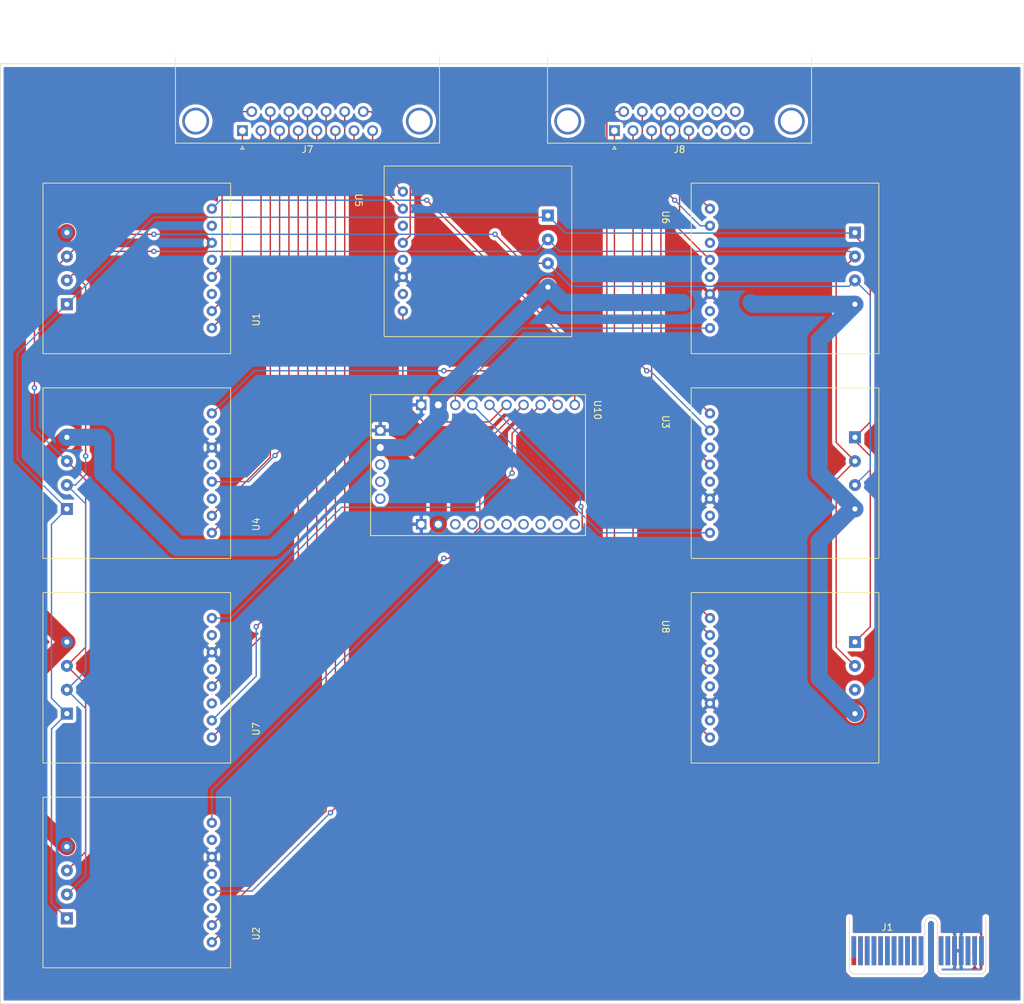
<source format=kicad_pcb>
(kicad_pcb (version 20211014) (generator pcbnew)
  (layers (0 "F.Cu" signal) (31 "B.Cu" signal) (34 "B.Paste" user) (35 "F.Paste" user) (36 "B.SilkS" user "B.Silkscreen") (37 "F.SilkS" user "F.Silkscreen") (38 "B.Mask" user) (39 "F.Mask" user) (44 "Edge.Cuts" user))
  (net 0 "")
  (net 1 "/RTD1_RTD+")
  (net 2 "/RTD1_RTD-")
  (net 3 "/RTD2_F+")
  (net 4 "/RTD6_RTD+")
  (net 5 "/RTD6_RTD-")
  (net 6 "/RTD7_F+")
  (net 7 "+3.3V")
  (net 8 "/RTD1_CS")
  (net 10 "GND")
  (net 12 "/RTD1_F+")
  (net 13 "/RTD4_CS")
  (net 16 "/RTD4_F+")
  (net 17 "/RTD4_RTD+")
  (net 18 "/RTD4_RTD-")
  (net 19 "/RTD7_CS")
  (net 22 "/RTD7_RTD+")
  (net 23 "/RTD7_RTD-")
  (net 24 "/SPI_MISO")
  (net 25 "/SPI_SCK")
  (net 26 "/SPI_MOSI")
  (net 27 "/RTD2_CS")
  (net 30 "/RTD2_RTD+")
  (net 31 "/RTD2_RTD-")
  (net 32 "/RTD5_CS")
  (net 35 "/RTD5_F+")
  (net 37 "/RTD5_RTD+")
  (net 38 "/RTD5_RTD-")
  (net 39 "/RTD8_CS")
  (net 42 "/RTD8_F+")
  (net 43 "/RTD8_RTD+")
  (net 44 "/RTD8_RTD-")
  (net 45 "/RTD3_CS")
  (net 48 "/RTD3_F+")
  (net 49 "/RTD3_RTD+")
  (net 50 "/RTD3_RTD-")
  (net 51 "/RTD6_CS")
  (net 54 "/RTD6_F+")
  (net 55 "/IO_EXP_SD")
  (net 56 "/IO_EXP_SC")
  (footprint "MAX31865_Breakout:MAX31865_Breakout" (layer "F.Cu") (at 101.6 48.26 -90)
    (fp_text reference "U5" (at -7.62 17.78 -90 unlocked) (layer "F.SilkS"))
    (fp_text value "MAX31865")
    (fp_rect (start -12.7 13.97) (end 12.7 -13.97) (layer "F.SilkS") (width 0.12) (fill none))
    (pad "1" thru_hole circle (at 5.334 -10.414) (size 1.778 1.778) (drill 0.762) (layers *.Cu *.Mask) (net 7 "+3.3V"))
    (pad "2" thru_hole circle (at 1.778 -10.414) (size 1.778 1.778) (drill 0.762) (layers *.Cu *.Mask) (net 25 "/SPI_SCK"))
    (pad "3" thru_hole circle (at -1.778 -10.414) (size 1.778 1.778) (drill 0.762) (layers *.Cu *.Mask) (net 24 "/SPI_MISO"))
    (pad "4" thru_hole rect (at -5.334 -10.414) (size 1.778 1.778) (drill 0.762) (layers *.Cu *.Mask) (net 26 "/SPI_MOSI"))
    (pad "5" thru_hole circle (at 8.89 11.176) (size 1.524 1.524) (drill 0.762) (layers *.Cu *.Mask) (net 32 "/RTD5_CS"))
    (pad "6" thru_hole circle (at 6.35 11.176) (size 1.524 1.524) (drill 0.762) (layers *.Cu *.Mask))
    (pad "7" thru_hole circle (at 3.81 11.176) (size 1.524 1.524) (drill 0.762) (layers *.Cu *.Mask) (net 10 "GND"))
    (pad "8" thru_hole circle (at 1.27 11.176) (size 1.524 1.524) (drill 0.762) (layers *.Cu *.Mask))
    (pad "9" thru_hole circle (at -1.27 11.176) (size 1.524 1.524) (drill 0.762) (layers *.Cu *.Mask) (net 35 "/RTD5_F+"))
    (pad "10" thru_hole circle (at -3.81 11.176) (size 1.524 1.524) (drill 0.762) (layers *.Cu *.Mask))
    (pad "11" thru_hole circle (at -6.35 11.176) (size 1.524 1.524) (drill 0.762) (layers *.Cu *.Mask) (net 37 "/RTD5_RTD+"))
    (pad "12" thru_hole circle (at -8.89 11.176) (size 1.524 1.524) (drill 0.762) (layers *.Cu *.Mask) (net 38 "/RTD5_RTD-"))
  )
  (footprint "DSUB_622-015-260-042:DSUB_622-015-260-042" (layer "F.Cu") (at 66.525 30.290331 180)
    (fp_text reference "J7" (at -9.695 -2.8) (layer "F.SilkS"))
    (fp_text value "DSUB1")
    (fp_line (start -29.355 10.8) (end -29.355 -1.86) (layer "F.SilkS") (width 0.12))
    (fp_line (start -29.355 -1.86) (end 9.965 -1.86) (layer "F.SilkS") (width 0.12))
    (fp_line (start -0.25 -2.754338) (end 0.25 -2.754338) (layer "F.SilkS") (width 0.12))
    (fp_line (start 9.965 -1.86) (end 9.965 10.8) (layer "F.SilkS") (width 0.12))
    (fp_line (start 0 -2.321325) (end -0.25 -2.754338) (layer "F.SilkS") (width 0.12))
    (fp_line (start 0.25 -2.754338) (end 0 -2.321325) (layer "F.SilkS") (width 0.12))
    (pad "0" thru_hole circle (at 6.955 1.42 180) (size 4 4) (drill 3.2) (layers *.Cu *.Mask))
    (pad "0" thru_hole circle (at -26.345 1.42 180) (size 4 4) (drill 3.2) (layers *.Cu *.Mask))
    (pad "1" thru_hole rect (at 0 0 180) (size 1.6 1.6) (drill 1) (layers *.Cu *.Mask) (net 1 "/RTD1_RTD+"))
    (pad "2" thru_hole circle (at -2.77 0 180) (size 1.6 1.6) (drill 1) (layers *.Cu *.Mask) (net 2 "/RTD1_RTD-"))
    (pad "3" thru_hole circle (at -5.54 0 180) (size 1.6 1.6) (drill 1) (layers *.Cu *.Mask) (net 3 "/RTD2_F+"))
    (pad "4" thru_hole circle (at -8.31 0 180) (size 1.6 1.6) (drill 1) (layers *.Cu *.Mask) (net 49 "/RTD3_RTD+"))
    (pad "5" thru_hole circle (at -11.08 0 180) (size 1.6 1.6) (drill 1) (layers *.Cu *.Mask) (net 50 "/RTD3_RTD-"))
    (pad "6" thru_hole circle (at -13.85 0 180) (size 1.6 1.6) (drill 1) (layers *.Cu *.Mask) (net 16 "/RTD4_F+"))
    (pad "7" thru_hole circle (at -16.62 0 180) (size 1.6 1.6) (drill 1) (layers *.Cu *.Mask) (net 37 "/RTD5_RTD+"))
    (pad "8" thru_hole circle (at -19.39 0 180) (size 1.6 1.6) (drill 1) (layers *.Cu *.Mask) (net 38 "/RTD5_RTD-"))
    (pad "9" thru_hole circle (at -1.385 2.84 180) (size 1.6 1.6) (drill 1) (layers *.Cu *.Mask) (net 12 "/RTD1_F+"))
    (pad "10" thru_hole circle (at -4.155 2.84 180) (size 1.6 1.6) (drill 1) (layers *.Cu *.Mask) (net 30 "/RTD2_RTD+"))
    (pad "11" thru_hole circle (at -6.925 2.84 180) (size 1.6 1.6) (drill 1) (layers *.Cu *.Mask) (net 31 "/RTD2_RTD-"))
    (pad "12" thru_hole circle (at -9.695 2.84 180) (size 1.6 1.6) (drill 1) (layers *.Cu *.Mask) (net 48 "/RTD3_F+"))
    (pad "13" thru_hole circle (at -12.465 2.84 180) (size 1.6 1.6) (drill 1) (layers *.Cu *.Mask) (net 17 "/RTD4_RTD+"))
    (pad "14" thru_hole circle (at -15.235 2.84 180) (size 1.6 1.6) (drill 1) (layers *.Cu *.Mask) (net 18 "/RTD4_RTD-"))
    (pad "15" thru_hole circle (at -18.005 2.84 180) (size 1.6 1.6) (drill 1) (layers *.Cu *.Mask) (net 35 "/RTD5_F+"))
  )
  (footprint "MAX31865_Breakout:MAX31865_Breakout" (layer "F.Cu") (at 50.8 50.8 90)
    (fp_text reference "U1" (at -7.62 17.78 90 unlocked) (layer "F.SilkS"))
    (fp_text value "MAX31865")
    (fp_rect (start -12.7 13.97) (end 12.7 -13.97) (layer "F.SilkS") (width 0.12) (fill none))
    (pad "1" thru_hole circle (at 5.334 -10.414 180) (size 1.778 1.778) (drill 0.762) (layers *.Cu *.Mask) (net 7 "+3.3V"))
    (pad "2" thru_hole circle (at 1.778 -10.414 180) (size 1.778 1.778) (drill 0.762) (layers *.Cu *.Mask) (net 25 "/SPI_SCK"))
    (pad "3" thru_hole circle (at -1.778 -10.414 180) (size 1.778 1.778) (drill 0.762) (layers *.Cu *.Mask) (net 24 "/SPI_MISO"))
    (pad "4" thru_hole rect (at -5.334 -10.414 180) (size 1.778 1.778) (drill 0.762) (layers *.Cu *.Mask) (net 26 "/SPI_MOSI"))
    (pad "5" thru_hole circle (at 8.89 11.176 180) (size 1.524 1.524) (drill 0.762) (layers *.Cu *.Mask) (net 8 "/RTD1_CS"))
    (pad "6" thru_hole circle (at 6.35 11.176 180) (size 1.524 1.524) (drill 0.762) (layers *.Cu *.Mask))
    (pad "7" thru_hole circle (at 3.81 11.176 180) (size 1.524 1.524) (drill 0.762) (layers *.Cu *.Mask) (net 10 "GND"))
    (pad "8" thru_hole circle (at 1.27 11.176 180) (size 1.524 1.524) (drill 0.762) (layers *.Cu *.Mask))
    (pad "9" thru_hole circle (at -1.27 11.176 180) (size 1.524 1.524) (drill 0.762) (layers *.Cu *.Mask) (net 12 "/RTD1_F+"))
    (pad "10" thru_hole circle (at -3.81 11.176 180) (size 1.524 1.524) (drill 0.762) (layers *.Cu *.Mask))
    (pad "11" thru_hole circle (at -6.35 11.176 180) (size 1.524 1.524) (drill 0.762) (layers *.Cu *.Mask) (net 1 "/RTD1_RTD+"))
    (pad "12" thru_hole circle (at -8.89 11.176 180) (size 1.524 1.524) (drill 0.762) (layers *.Cu *.Mask) (net 2 "/RTD1_RTD-"))
  )
  (footprint "MAX31865_Breakout:MAX31865_Breakout" (layer "F.Cu") (at 147.32 81.28 -90)
    (fp_text reference "U3" (at -7.62 17.78 -90 unlocked) (layer "F.SilkS"))
    (fp_text value "MAX31865")
    (fp_rect (start -12.7 13.97) (end 12.7 -13.97) (layer "F.SilkS") (width 0.12) (fill none))
    (pad "1" thru_hole circle (at 5.334 -10.414) (size 1.778 1.778) (drill 0.762) (layers *.Cu *.Mask) (net 7 "+3.3V"))
    (pad "2" thru_hole circle (at 1.778 -10.414) (size 1.778 1.778) (drill 0.762) (layers *.Cu *.Mask) (net 25 "/SPI_SCK"))
    (pad "3" thru_hole circle (at -1.778 -10.414) (size 1.778 1.778) (drill 0.762) (layers *.Cu *.Mask) (net 24 "/SPI_MISO"))
    (pad "4" thru_hole rect (at -5.334 -10.414) (size 1.778 1.778) (drill 0.762) (layers *.Cu *.Mask) (net 26 "/SPI_MOSI"))
    (pad "5" thru_hole circle (at 8.89 11.176) (size 1.524 1.524) (drill 0.762) (layers *.Cu *.Mask) (net 19 "/RTD7_CS"))
    (pad "6" thru_hole circle (at 6.35 11.176) (size 1.524 1.524) (drill 0.762) (layers *.Cu *.Mask))
    (pad "7" thru_hole circle (at 3.81 11.176) (size 1.524 1.524) (drill 0.762) (layers *.Cu *.Mask) (net 10 "GND"))
    (pad "8" thru_hole circle (at 1.27 11.176) (size 1.524 1.524) (drill 0.762) (layers *.Cu *.Mask))
    (pad "9" thru_hole circle (at -1.27 11.176) (size 1.524 1.524) (drill 0.762) (layers *.Cu *.Mask) (net 6 "/RTD7_F+"))
    (pad "10" thru_hole circle (at -3.81 11.176) (size 1.524 1.524) (drill 0.762) (layers *.Cu *.Mask))
    (pad "11" thru_hole circle (at -6.35 11.176) (size 1.524 1.524) (drill 0.762) (layers *.Cu *.Mask) (net 22 "/RTD7_RTD+"))
    (pad "12" thru_hole circle (at -8.89 11.176) (size 1.524 1.524) (drill 0.762) (layers *.Cu *.Mask) (net 23 "/RTD7_RTD-"))
  )
  (footprint "MAX31865_Breakout:MAX31865_Breakout" (layer "F.Cu") (at 50.8 111.76 90)
    (fp_text reference "U7" (at -7.62 17.78 90 unlocked) (layer "F.SilkS"))
    (fp_text value "MAX31865")
    (fp_rect (start -12.7 13.97) (end 12.7 -13.97) (layer "F.SilkS") (width 0.12) (fill none))
    (pad "1" thru_hole circle (at 5.334 -10.414 180) (size 1.778 1.778) (drill 0.762) (layers *.Cu *.Mask) (net 7 "+3.3V"))
    (pad "2" thru_hole circle (at 1.778 -10.414 180) (size 1.778 1.778) (drill 0.762) (layers *.Cu *.Mask) (net 25 "/SPI_SCK"))
    (pad "3" thru_hole circle (at -1.778 -10.414 180) (size 1.778 1.778) (drill 0.762) (layers *.Cu *.Mask) (net 24 "/SPI_MISO"))
    (pad "4" thru_hole rect (at -5.334 -10.414 180) (size 1.778 1.778) (drill 0.762) (layers *.Cu *.Mask) (net 26 "/SPI_MOSI"))
    (pad "5" thru_hole circle (at 8.89 11.176 180) (size 1.524 1.524) (drill 0.762) (layers *.Cu *.Mask) (net 45 "/RTD3_CS"))
    (pad "6" thru_hole circle (at 6.35 11.176 180) (size 1.524 1.524) (drill 0.762) (layers *.Cu *.Mask))
    (pad "7" thru_hole circle (at 3.81 11.176 180) (size 1.524 1.524) (drill 0.762) (layers *.Cu *.Mask) (net 10 "GND"))
    (pad "8" thru_hole circle (at 1.27 11.176 180) (size 1.524 1.524) (drill 0.762) (layers *.Cu *.Mask))
    (pad "9" thru_hole circle (at -1.27 11.176 180) (size 1.524 1.524) (drill 0.762) (layers *.Cu *.Mask) (net 48 "/RTD3_F+"))
    (pad "10" thru_hole circle (at -3.81 11.176 180) (size 1.524 1.524) (drill 0.762) (layers *.Cu *.Mask))
    (pad "11" thru_hole circle (at -6.35 11.176 180) (size 1.524 1.524) (drill 0.762) (layers *.Cu *.Mask) (net 49 "/RTD3_RTD+"))
    (pad "12" thru_hole circle (at -8.89 11.176 180) (size 1.524 1.524) (drill 0.762) (layers *.Cu *.Mask) (net 50 "/RTD3_RTD-"))
  )
  (footprint "MAX31865_Breakout:MAX31865_Breakout" (layer "F.Cu") (at 147.32 50.8 -90)
    (fp_text reference "U6" (at -7.62 17.78 -90 unlocked) (layer "F.SilkS"))
    (fp_text value "MAX31865")
    (fp_rect (start -12.7 13.97) (end 12.7 -13.97) (layer "F.SilkS") (width 0.12) (fill none))
    (pad "1" thru_hole circle (at 5.334 -10.414) (size 1.778 1.778) (drill 0.762) (layers *.Cu *.Mask) (net 7 "+3.3V"))
    (pad "2" thru_hole circle (at 1.778 -10.414) (size 1.778 1.778) (drill 0.762) (layers *.Cu *.Mask) (net 25 "/SPI_SCK"))
    (pad "3" thru_hole circle (at -1.778 -10.414) (size 1.778 1.778) (drill 0.762) (layers *.Cu *.Mask) (net 24 "/SPI_MISO"))
    (pad "4" thru_hole rect (at -5.334 -10.414) (size 1.778 1.778) (drill 0.762) (layers *.Cu *.Mask) (net 26 "/SPI_MOSI"))
    (pad "5" thru_hole circle (at 8.89 11.176) (size 1.524 1.524) (drill 0.762) (layers *.Cu *.Mask) (net 39 "/RTD8_CS"))
    (pad "6" thru_hole circle (at 6.35 11.176) (size 1.524 1.524) (drill 0.762) (layers *.Cu *.Mask))
    (pad "7" thru_hole circle (at 3.81 11.176) (size 1.524 1.524) (drill 0.762) (layers *.Cu *.Mask) (net 10 "GND"))
    (pad "8" thru_hole circle (at 1.27 11.176) (size 1.524 1.524) (drill 0.762) (layers *.Cu *.Mask))
    (pad "9" thru_hole circle (at -1.27 11.176) (size 1.524 1.524) (drill 0.762) (layers *.Cu *.Mask) (net 42 "/RTD8_F+"))
    (pad "10" thru_hole circle (at -3.81 11.176) (size 1.524 1.524) (drill 0.762) (layers *.Cu *.Mask))
    (pad "11" thru_hole circle (at -6.35 11.176) (size 1.524 1.524) (drill 0.762) (layers *.Cu *.Mask) (net 43 "/RTD8_RTD+"))
    (pad "12" thru_hole circle (at -8.89 11.176) (size 1.524 1.524) (drill 0.762) (layers *.Cu *.Mask) (net 44 "/RTD8_RTD-"))
  )
  (footprint "MAX31865_Breakout:MAX31865_Breakout" (layer "F.Cu") (at 50.8 81.28 90)
    (fp_text reference "U4" (at -7.62 17.78 90 unlocked) (layer "F.SilkS"))
    (fp_text value "MAX31865")
    (fp_rect (start -12.7 13.97) (end 12.7 -13.97) (layer "F.SilkS") (width 0.12) (fill none))
    (pad "1" thru_hole circle (at 5.334 -10.414 180) (size 1.778 1.778) (drill 0.762) (layers *.Cu *.Mask) (net 7 "+3.3V"))
    (pad "2" thru_hole circle (at 1.778 -10.414 180) (size 1.778 1.778) (drill 0.762) (layers *.Cu *.Mask) (net 25 "/SPI_SCK"))
    (pad "3" thru_hole circle (at -1.778 -10.414 180) (size 1.778 1.778) (drill 0.762) (layers *.Cu *.Mask) (net 24 "/SPI_MISO"))
    (pad "4" thru_hole rect (at -5.334 -10.414 180) (size 1.778 1.778) (drill 0.762) (layers *.Cu *.Mask) (net 26 "/SPI_MOSI"))
    (pad "5" thru_hole circle (at 8.89 11.176 180) (size 1.524 1.524) (drill 0.762) (layers *.Cu *.Mask) (net 27 "/RTD2_CS"))
    (pad "6" thru_hole circle (at 6.35 11.176 180) (size 1.524 1.524) (drill 0.762) (layers *.Cu *.Mask))
    (pad "7" thru_hole circle (at 3.81 11.176 180) (size 1.524 1.524) (drill 0.762) (layers *.Cu *.Mask) (net 10 "GND"))
    (pad "8" thru_hole circle (at 1.27 11.176 180) (size 1.524 1.524) (drill 0.762) (layers *.Cu *.Mask))
    (pad "9" thru_hole circle (at -1.27 11.176 180) (size 1.524 1.524) (drill 0.762) (layers *.Cu *.Mask) (net 3 "/RTD2_F+"))
    (pad "10" thru_hole circle (at -3.81 11.176 180) (size 1.524 1.524) (drill 0.762) (layers *.Cu *.Mask))
    (pad "11" thru_hole circle (at -6.35 11.176 180) (size 1.524 1.524) (drill 0.762) (layers *.Cu *.Mask) (net 30 "/RTD2_RTD+"))
    (pad "12" thru_hole circle (at -8.89 11.176 180) (size 1.524 1.524) (drill 0.762) (layers *.Cu *.Mask) (net 31 "/RTD2_RTD-"))
  )
  (footprint "MAX31865_Breakout:MAX31865_Breakout" (layer "F.Cu") (at 50.8 142.24 90)
    (fp_text reference "U2" (at -7.62 17.78 90 unlocked) (layer "F.SilkS"))
    (fp_text value "MAX31865")
    (fp_rect (start -12.7 13.97) (end 12.7 -13.97) (layer "F.SilkS") (width 0.12) (fill none))
    (pad "1" thru_hole circle (at 5.334 -10.414 180) (size 1.778 1.778) (drill 0.762) (layers *.Cu *.Mask) (net 7 "+3.3V"))
    (pad "2" thru_hole circle (at 1.778 -10.414 180) (size 1.778 1.778) (drill 0.762) (layers *.Cu *.Mask) (net 25 "/SPI_SCK"))
    (pad "3" thru_hole circle (at -1.778 -10.414 180) (size 1.778 1.778) (drill 0.762) (layers *.Cu *.Mask) (net 24 "/SPI_MISO"))
    (pad "4" thru_hole rect (at -5.334 -10.414 180) (size 1.778 1.778) (drill 0.762) (layers *.Cu *.Mask) (net 26 "/SPI_MOSI"))
    (pad "5" thru_hole circle (at 8.89 11.176 180) (size 1.524 1.524) (drill 0.762) (layers *.Cu *.Mask) (net 13 "/RTD4_CS"))
    (pad "6" thru_hole circle (at 6.35 11.176 180) (size 1.524 1.524) (drill 0.762) (layers *.Cu *.Mask))
    (pad "7" thru_hole circle (at 3.81 11.176 180) (size 1.524 1.524) (drill 0.762) (layers *.Cu *.Mask) (net 10 "GND"))
    (pad "8" thru_hole circle (at 1.27 11.176 180) (size 1.524 1.524) (drill 0.762) (layers *.Cu *.Mask))
    (pad "9" thru_hole circle (at -1.27 11.176 180) (size 1.524 1.524) (drill 0.762) (layers *.Cu *.Mask) (net 16 "/RTD4_F+"))
    (pad "10" thru_hole circle (at -3.81 11.176 180) (size 1.524 1.524) (drill 0.762) (layers *.Cu *.Mask))
    (pad "11" thru_hole circle (at -6.35 11.176 180) (size 1.524 1.524) (drill 0.762) (layers *.Cu *.Mask) (net 17 "/RTD4_RTD+"))
    (pad "12" thru_hole circle (at -8.89 11.176 180) (size 1.524 1.524) (drill 0.762) (layers *.Cu *.Mask) (net 18 "/RTD4_RTD-"))
  )
  (footprint "DSUB_622-015-260-042:DSUB_622-015-260-042" (layer "F.Cu") (at 121.92 30.290331 180)
    (fp_text reference "J8" (at -9.695 -2.8) (layer "F.SilkS"))
    (fp_text value "DSUB2")
    (fp_line (start -29.355 -1.86) (end 9.965 -1.86) (layer "F.SilkS") (width 0.12))
    (fp_line (start -29.355 10.8) (end -29.355 -1.86) (layer "F.SilkS") (width 0.12))
    (fp_line (start 9.965 -1.86) (end 9.965 10.8) (layer "F.SilkS") (width 0.12))
    (fp_line (start -0.25 -2.754338) (end 0.25 -2.754338) (layer "F.SilkS") (width 0.12))
    (fp_line (start 0.25 -2.754338) (end 0 -2.321325) (layer "F.SilkS") (width 0.12))
    (fp_line (start 0 -2.321325) (end -0.25 -2.754338) (layer "F.SilkS") (width 0.12))
    (pad "0" thru_hole circle (at -26.345 1.42 180) (size 4 4) (drill 3.2) (layers *.Cu *.Mask))
    (pad "0" thru_hole circle (at 6.955 1.42 180) (size 4 4) (drill 3.2) (layers *.Cu *.Mask))
    (pad "1" thru_hole rect (at 0 0 180) (size 1.6 1.6) (drill 1) (layers *.Cu *.Mask) (net 4 "/RTD6_RTD+"))
    (pad "2" thru_hole circle (at -2.77 0 180) (size 1.6 1.6) (drill 1) (layers *.Cu *.Mask) (net 5 "/RTD6_RTD-"))
    (pad "3" thru_hole circle (at -5.54 0 180) (size 1.6 1.6) (drill 1) (layers *.Cu *.Mask) (net 6 "/RTD7_F+"))
    (pad "4" thru_hole circle (at -8.31 0 180) (size 1.6 1.6) (drill 1) (layers *.Cu *.Mask) (net 43 "/RTD8_RTD+"))
    (pad "5" thru_hole circle (at -11.08 0 180) (size 1.6 1.6) (drill 1) (layers *.Cu *.Mask) (net 44 "/RTD8_RTD-"))
    (pad "6" thru_hole circle (at -13.85 0 180) (size 1.6 1.6) (drill 1) (layers *.Cu *.Mask))
    (pad "7" thru_hole circle (at -16.62 0 180) (size 1.6 1.6) (drill 1) (layers *.Cu *.Mask))
    (pad "8" thru_hole circle (at -19.39 0 180) (size 1.6 1.6) (drill 1) (layers *.Cu *.Mask))
    (pad "9" thru_hole circle (at -1.385 2.84 180) (size 1.6 1.6) (drill 1) (layers *.Cu *.Mask) (net 54 "/RTD6_F+"))
    (pad "10" thru_hole circle (at -4.155 2.84 180) (size 1.6 1.6) (drill 1) (layers *.Cu *.Mask) (net 22 "/RTD7_RTD+"))
    (pad "11" thru_hole circle (at -6.925 2.84 180) (size 1.6 1.6) (drill 1) (layers *.Cu *.Mask) (net 23 "/RTD7_RTD-"))
    (pad "12" thru_hole circle (at -9.695 2.84 180) (size 1.6 1.6) (drill 1) (layers *.Cu *.Mask) (net 42 "/RTD8_F+"))
    (pad "13" thru_hole circle (at -12.465 2.84 180) (size 1.6 1.6) (drill 1) (layers *.Cu *.Mask))
    (pad "14" thru_hole circle (at -15.235 2.84 180) (size 1.6 1.6) (drill 1) (layers *.Cu *.Mask))
    (pad "15" thru_hole circle (at -18.005 2.84 180) (size 1.6 1.6) (drill 1) (layers *.Cu *.Mask))
  )
  (footprint "PCF8575_Breakout:PCF8575_Breakout" (layer "F.Cu") (at 85.6125 69.5936 -90)
    (fp_text reference "U10" (at 2.28 -33.8 -90 unlocked) (layer "F.SilkS"))
    (fp_text value "PCF8575_Breakout")
    (fp_line (start 0 -32) (end 0 0) (layer "F.SilkS") (width 0.127))
    (fp_line (start 20.99 -32) (end 20.99 0) (layer "F.SilkS") (width 0.127))
    (fp_line (start 0 0) (end 21 0) (layer "F.SilkS") (width 0.127))
    (fp_line (start 20.99 -32) (end -0.01 -32) (layer "F.SilkS") (width 0.127))
    (pad "1" thru_hole circle (at 1.5264 -30.4 270) (size 1.56 1.56) (drill 1.04) (layers *.Cu *.Mask) (net 8 "/RTD1_CS"))
    (pad "2" thru_hole circle (at 1.5264 -27.86 270) (size 1.56 1.56) (drill 1.04) (layers *.Cu *.Mask) (net 27 "/RTD2_CS"))
    (pad "3" thru_hole circle (at 1.5264 -25.32 270) (size 1.56 1.56) (drill 1.04) (layers *.Cu *.Mask) (net 45 "/RTD3_CS"))
    (pad "4" thru_hole circle (at 1.5264 -22.78 270) (size 1.56 1.56) (drill 1.04) (layers *.Cu *.Mask) (net 13 "/RTD4_CS"))
    (pad "5" thru_hole circle (at 1.5264 -20.24 270) (size 1.56 1.56) (drill 1.04) (layers *.Cu *.Mask) (net 32 "/RTD5_CS"))
    (pad "6" thru_hole circle (at 1.5264 -17.7 270) (size 1.56 1.56) (drill 1.04) (layers *.Cu *.Mask) (net 51 "/RTD6_CS"))
    (pad "7" thru_hole circle (at 1.5264 -15.16 270) (size 1.56 1.56) (drill 1.04) (layers *.Cu *.Mask) (net 19 "/RTD7_CS"))
    (pad "8" thru_hole circle (at 1.5264 -12.62 270) (size 1.56 1.56) (drill 1.04) (layers *.Cu *.Mask) (net 39 "/RTD8_CS"))
    (pad "9" thru_hole circle (at 1.5264 -10.08 270) (size 1.56 1.56) (drill 1.04) (layers *.Cu *.Mask) (net 7 "+3.3V"))
    (pad "10" thru_hole rect (at 1.5264 -7.54 270) (size 1.56 1.56) (drill 1.04) (layers *.Cu *.Mask) (net 10 "GND"))
    (pad "11" thru_hole rect (at 5.3364 -1.444) (size 1.56 1.56) (drill 1.04) (layers *.Cu *.Mask) (net 10 "GND"))
    (pad "12" thru_hole circle (at 7.8764 -1.444) (size 1.56 1.56) (drill 1.04) (layers *.Cu *.Mask) (net 7 "+3.3V"))
    (pad "13" thru_hole circle (at 10.4164 -1.444) (size 1.56 1.56) (drill 1.04) (layers *.Cu *.Mask) (net 55 "/IO_EXP_SD"))
    (pad "14" thru_hole circle (at 12.9564 -1.444) (size 1.56 1.56) (drill 1.04) (layers *.Cu *.Mask) (net 56 "/IO_EXP_SC"))
    (pad "15" thru_hole circle (at 15.4964 -1.444) (size 1.56 1.56) (drill 1.04) (layers *.Cu *.Mask))
    (pad "16" thru_hole rect (at 19.30584 -7.54 270) (size 1.56 1.56) (drill 1.04) (layers *.Cu *.Mask) (net 10 "GND"))
    (pad "17" thru_hole circle (at 19.30584 -10.08 270) (size 1.56 1.56) (drill 1.04) (layers *.Cu *.Mask) (net 7 "+3.3V"))
    (pad "18" thru_hole circle (at 19.30584 -12.62 270) (size 1.56 1.56) (drill 1.04) (layers *.Cu *.Mask))
    (pad "19" thru_hole circle (at 19.30584 -15.16 270) (size 1.56 1.56) (drill 1.04) (layers *.Cu *.Mask))
    (pad "20" thru_hole circle (at 19.30584 -17.7 270) (size 1.56 1.56) (drill 1.04) (layers *.Cu *.Mask))
    (pad "21" thru_hole circle (at 19.30584 -20.24 270) (size 1.56 1.56) (drill 1.04) (layers *.Cu *.Mask))
    (pad "22" thru_hole circle (at 19.30584 -22.78 270) (size 1.56 1.56) (drill 1.04) (layers *.Cu *.Mask))
    (pad "23" thru_hole circle (at 19.30584 -25.32 270) (size 1.56 1.56) (drill 1.04) (layers *.Cu *.Mask))
    (pad "24" thru_hole circle (at 19.30584 -27.86 270) (size 1.56 1.56) (drill 1.04) (layers *.Cu *.Mask))
    (pad "25" thru_hole circle (at 19.30584 -30.4 270) (size 1.56 1.56) (drill 1.04) (layers *.Cu *.Mask))
  )
  (footprint "MAX31865_Breakout:MAX31865_Breakout" (layer "F.Cu") (at 147.32 111.76 -90)
    (fp_text reference "U8" (at -7.62 17.78 -90 unlocked) (layer "F.SilkS"))
    (fp_text value "MAX31865")
    (fp_rect (start -12.7 13.97) (end 12.7 -13.97) (layer "F.SilkS") (width 0.12) (fill none))
    (pad "1" thru_hole circle (at 5.334 -10.414) (size 1.778 1.778) (drill 0.762) (layers *.Cu *.Mask) (net 7 "+3.3V"))
    (pad "2" thru_hole circle (at 1.778 -10.414) (size 1.778 1.778) (drill 0.762) (layers *.Cu *.Mask) (net 25 "/SPI_SCK"))
    (pad "3" thru_hole circle (at -1.778 -10.414) (size 1.778 1.778) (drill 0.762) (layers *.Cu *.Mask) (net 24 "/SPI_MISO"))
    (pad "4" thru_hole rect (at -5.334 -10.414) (size 1.778 1.778) (drill 0.762) (layers *.Cu *.Mask) (net 26 "/SPI_MOSI"))
    (pad "5" thru_hole circle (at 8.89 11.176) (size 1.524 1.524) (drill 0.762) (layers *.Cu *.Mask) (net 51 "/RTD6_CS"))
    (pad "6" thru_hole circle (at 6.35 11.176) (size 1.524 1.524) (drill 0.762) (layers *.Cu *.Mask))
    (pad "7" thru_hole circle (at 3.81 11.176) (size 1.524 1.524) (drill 0.762) (layers *.Cu *.Mask) (net 10 "GND"))
    (pad "8" thru_hole circle (at 1.27 11.176) (size 1.524 1.524) (drill 0.762) (layers *.Cu *.Mask))
    (pad "9" thru_hole circle (at -1.27 11.176) (size 1.524 1.524) (drill 0.762) (layers *.Cu *.Mask) (net 54 "/RTD6_F+"))
    (pad "10" thru_hole circle (at -3.81 11.176) (size 1.524 1.524) (drill 0.762) (layers *.Cu *.Mask))
    (pad "11" thru_hole circle (at -6.35 11.176) (size 1.524 1.524) (drill 0.762) (layers *.Cu *.Mask) (net 4 "/RTD6_RTD+"))
    (pad "12" thru_hole circle (at -8.89 11.176) (size 1.524 1.524) (drill 0.762) (layers *.Cu *.Mask) (net 5 "/RTD6_RTD-"))
  )
  (footprint "Connector_PCBEdge:BUS_PCIexpress_x1" (layer "F.Cu") (at 157.56 152.4)
    (fp_text reference "J1" (at 5 -3.5) (layer "F.SilkS"))
    (fp_text value "PCIE-LP-01-01-F-DV-A-TR")
    (fp_line (start 12.45 -4) (end 12.45 2.95) (layer "Edge.Cuts") (width 0.1))
    (fp_line (start -0.15 3.45) (end 10.05 3.45) (layer "Edge.Cuts") (width 0.1))
    (fp_line (start 19.65 2.95) (end 19.15 3.45) (layer "Edge.Cuts") (width 0.1))
    (fp_line (start 12.45 2.95) (end 12.95 3.45) (layer "Edge.Cuts") (width 0.1))
    (fp_line (start 10.55 2.95) (end 10.05 3.45) (layer "Edge.Cuts") (width 0.1))
    (fp_line (start 12.95 3.45) (end 19.15 3.45) (layer "Edge.Cuts") (width 0.1))
    (fp_line (start 10.55 -4) (end 10.55 2.95) (layer "Edge.Cuts") (width 0.1))
    (fp_line (start -0.65 -4.95) (end -0.65 2.95) (layer "Edge.Cuts") (width 0.1))
    (fp_line (start 19.65 -4.95) (end 19.65 2.95) (layer "Edge.Cuts") (width 0.1))
    (fp_line (start -0.65 2.95) (end -0.15 3.45) (layer "Edge.Cuts") (width 0.1))
    (fp_arc (start 10.55 -4) (mid 11.5 -4.95) (end 12.45 -4) (layer "Edge.Cuts") (width 0.1))
    (pad "A1" connect rect (at 0 -0.55) (size 0.7 3.2) (layers "B.Cu" "B.Mask") (net 55 "/IO_EXP_SD"))
    (pad "A2" connect rect (at 1 0) (size 0.7 4.3) (layers "B.Cu" "B.Mask"))
    (pad "A3" connect rect (at 2 0) (size 0.7 4.3) (layers "B.Cu" "B.Mask") (net 56 "/IO_EXP_SC"))
    (pad "A4" connect rect (at 3 0) (size 0.7 4.3) (layers "B.Cu" "B.Mask"))
    (pad "A5" connect rect (at 4 0) (size 0.7 4.3) (layers "B.Cu" "B.Mask") (net 24 "/SPI_MISO"))
    (pad "A6" connect rect (at 5 0) (size 0.7 4.3) (layers "B.Cu" "B.Mask"))
    (pad "A7" connect rect (at 6 0) (size 0.7 4.3) (layers "B.Cu" "B.Mask") (net 25 "/SPI_SCK"))
    (pad "A8" connect rect (at 7 0) (size 0.7 4.3) (layers "B.Cu" "B.Mask"))
    (pad "A9" connect rect (at 8 0) (size 0.7 4.3) (layers "B.Cu" "B.Mask") (net 26 "/SPI_MOSI"))
    (pad "A10" connect rect (at 9 0) (size 0.7 4.3) (layers "B.Cu" "B.Mask"))
    (pad "A11" connect rect (at 10 0) (size 0.7 4.3) (layers "B.Cu" "B.Mask"))
    (pad "A12" connect rect (at 13 0) (size 0.7 4.3) (layers "B.Cu" "B.Mask") (net 7 "+3.3V"))
    (pad "A13" connect rect (at 14 0) (size 0.7 4.3) (layers "B.Cu" "B.Mask") (net 7 "+3.3V"))
    (pad "A14" connect rect (at 15 0) (size 0.7 4.3) (layers "B.Cu" "B.Mask") (net 10 "GND"))
    (pad "A15" connect rect (at 16 0) (size 0.7 4.3) (layers "B.Cu" "B.Mask") (net 10 "GND"))
    (pad "A16" connect rect (at 17 0) (size 0.7 4.3) (layers "B.Cu" "B.Mask"))
    (pad "A17" connect rect (at 18 0) (size 0.7 4.3) (layers "B.Cu" "B.Mask"))
    (pad "A18" connect rect (at 19 0) (size 0.7 4.3) (layers "B.Cu" "B.Mask"))
    (pad "B1" connect rect (at 0 0) (size 0.7 4.3) (layers "F.Cu" "F.Mask"))
    (pad "B2" connect rect (at 1 0) (size 0.7 4.3) (layers "F.Cu" "F.Mask"))
    (pad "B3" connect rect (at 2 0) (size 0.7 4.3) (layers "F.Cu" "F.Mask"))
    (pad "B4" connect rect (at 3 0) (size 0.7 4.3) (layers "F.Cu" "F.Mask"))
    (pad "B5" connect rect (at 4 0) (size 0.7 4.3) (layers "F.Cu" "F.Mask"))
    (pad "B6" connect rect (at 5 0) (size 0.7 4.3) (layers "F.Cu" "F.Mask"))
    (pad "B7" connect rect (at 6 0) (size 0.7 4.3) (layers "F.Cu" "F.Mask"))
    (pad "B8" connect rect (at 7 0) (size 0.7 4.3) (layers "F.Cu" "F.Mask"))
    (pad "B9" connect rect (at 8 0) (size 0.7 4.3) (layers "F.Cu" "F.Mask"))
    (pad "B10" connect rect (at 9 0) (size 0.7 4.3) (layers "F.Cu" "F.Mask"))
    (pad "B11" connect rect (at 10 0) (size 0.7 4.3) (layers "F.Cu" "F.Mask"))
    (pad "B12" connect rect (at 13 0) (size 0.7 4.3) (layers "F.Cu" "F.Mask"))
    (pad "B13" connect rect (at 14 0) (size 0.7 4.3) (layers "F.Cu" "F.Mask"))
    (pad "B14" connect rect (at 15 0) (size 0.7 4.3) (layers "F.Cu" "F.Mask") (net 10 "GND"))
    (pad "B15" connect rect (at 16 0) (size 0.7 4.3) (layers "F.Cu" "F.Mask") (net 10 "GND"))
    (pad "B16" connect rect (at 17 0) (size 0.7 4.3) (layers "F.Cu" "F.Mask"))
    (pad "B17" connect rect (at 18 -0.55) (size 0.7 3.2) (layers "F.Cu" "F.Mask"))
    (pad "B18" connect rect (at 19 0) (size 0.7 4.3) (layers "F.Cu" "F.Mask") (net 10 "GND"))
  )
  (gr_line (start 30.48 20.32) (end 30.48 160.32) (layer "Edge.Cuts") (width 0.1))
  (gr_line (start 30.48 20.32) (end 182.88 20.32) (layer "Edge.Cuts") (width 0.1))
  (gr_line (start 30.48 160.32) (end 182.88 160.32) (layer "Edge.Cuts") (width 0.1))
  (gr_line (start 182.88 20.32) (end 182.88 160.32) (layer "Edge.Cuts") (width 0.1))
  (segment (start 66.525 52.601) (end 61.976 57.15) (width 0.2032) (layer "F.Cu") (net 1))
  (segment (start 66.525 30.290331) (end 66.525 52.601) (width 0.2032) (layer "F.Cu") (net 1))
  (segment (start 69.295 30.290331) (end 69.295 52.371) (width 0.2032) (layer "F.Cu") (net 2))
  (segment (start 69.295 52.371) (end 61.976 59.69) (width 0.2032) (layer "F.Cu") (net 2))
  (segment (start 72.065 30.290331) (end 72.065 77.968138) (width 0.2032) (layer "F.Cu") (net 3))
  (segment (start 72.065 77.968138) (end 71.3795 78.653638) (width 0.2032) (layer "F.Cu") (net 3))
  (via (at 71.3795 78.653638) (size 0.8) (drill 0.4) (layers "F.Cu" "B.Cu") (net 3))
  (segment (start 67.483138 82.55) (end 61.976 82.55) (width 0.2032) (layer "B.Cu") (net 3))
  (segment (start 71.3795 78.653638) (end 67.483138 82.55) (width 0.2032) (layer "B.Cu") (net 3))
  (segment (start 121.92 91.186) (end 136.144 105.41) (width 0.2032) (layer "F.Cu") (net 4))
  (segment (start 121.92 30.290331) (end 121.92 91.186) (width 0.2032) (layer "F.Cu") (net 4))
  (segment (start 124.69 30.290331) (end 124.69 91.416) (width 0.2032) (layer "F.Cu") (net 5))
  (segment (start 124.69 91.416) (end 136.144 102.87) (width 0.2032) (layer "F.Cu") (net 5))
  (segment (start 127.46 71.326) (end 136.144 80.01) (width 0.2032) (layer "F.Cu") (net 6))
  (segment (start 127.46 30.290331) (end 127.46 71.326) (width 0.2032) (layer "F.Cu") (net 6))
  (segment (start 33.02 78.74) (end 33.02 52.832) (width 2.54) (layer "F.Cu") (net 7))
  (segment (start 35.56 101.6) (end 40.386 106.426) (width 2.54) (layer "F.Cu") (net 7))
  (segment (start 95.6925 85.002914) (end 95.6925 88.89944) (width 2.54) (layer "F.Cu") (net 7))
  (segment (start 35.56 81.28) (end 33.02 78.74) (width 2.54) (layer "F.Cu") (net 7))
  (segment (start 35.56 132.08) (end 40.386 136.906) (width 2.54) (layer "F.Cu") (net 7))
  (segment (start 87.0565 77.47) (end 88.159586 77.47) (width 2.54) (layer "F.Cu") (net 7))
  (segment (start 88.159586 77.47) (end 95.6925 85.002914) (width 2.54) (layer "F.Cu") (net 7))
  (segment (start 40.386 75.946) (end 35.56 80.772) (width 2.54) (layer "F.Cu") (net 7))
  (segment (start 35.56 80.772) (end 35.56 101.6) (width 2.54) (layer "F.Cu") (net 7))
  (segment (start 35.56 111.252) (end 35.56 132.08) (width 2.54) (layer "F.Cu") (net 7))
  (segment (start 40.386 106.426) (end 35.56 111.252) (width 2.54) (layer "F.Cu") (net 7))
  (segment (start 33.02 52.832) (end 40.386 45.466) (width 2.54) (layer "F.Cu") (net 7))
  (segment (start 152.4 66.04) (end 152.4 61.468) (width 2.54) (layer "B.Cu") (net 7))
  (segment (start 45.72 76.2) (end 45.72 81.28) (width 2.54) (layer "B.Cu") (net 7))
  (segment (start 87.0565 77.47) (end 91.3025 77.47) (width 2.54) (layer "B.Cu") (net 7))
  (segment (start 45.466 75.946) (end 45.72 76.2) (width 2.54) (layer "B.Cu") (net 7))
  (segment (start 142.24 55.88) (end 142.494 56.134) (width 2.54) (layer "B.Cu") (net 7))
  (segment (start 157.48 86.36) (end 157.734 86.614) (width 2.54) (layer "B.Cu") (net 7))
  (segment (start 152.4 81.28) (end 152.4 66.04) (width 2.54) (layer "B.Cu") (net 7))
  (segment (start 114.3 55.88) (end 132.08 55.88) (width 2.54) (layer "B.Cu") (net 7))
  (segment (start 157.734 86.614) (end 152.4 81.28) (width 2.54) (layer "B.Cu") (net 7))
  (segment (start 86.0478 77.47) (end 87.0565 77.47) (width 2.54) (layer "B.Cu") (net 7))
  (segment (start 157.734 56.134) (end 142.494 56.134) (width 2.54) (layer "B.Cu") (net 7))
  (segment (start 40.386 75.946) (end 45.466 75.946) (width 2.54) (layer "B.Cu") (net 7))
  (segment (start 152.4 91.44) (end 157.48 86.36) (width 2.54) (layer "B.Cu") (net 7))
  (segment (start 152.4 61.468) (end 157.734 56.134) (width 2.54) (layer "B.Cu") (net 7))
  (segment (start 91.3025 77.47) (end 95.9825 72.79) (width 2.54) (layer "B.Cu") (net 7))
  (segment (start 45.72 81.28) (end 56.8198 92.3798) (width 2.54) (layer "B.Cu") (net 7))
  (segment (start 152.4 111.76) (end 152.4 91.44) (width 2.54) (layer "B.Cu") (net 7))
  (segment (start 71.138 92.3798) (end 86.0478 77.47) (width 2.54) (layer "B.Cu") (net 7))
  (segment (start 95.6925 69.9155) (end 95.9825 69.6255) (width 2.54) (layer "B.Cu") (net 7))
  (segment (start 112.014 53.594) (end 114.3 55.88) (width 2.54) (layer "B.Cu") (net 7))
  (segment (start 95.6925 71.12) (end 95.6925 69.9155) (width 2.54) (layer "B.Cu") (net 7))
  (segment (start 95.6925 72.5) (end 95.9825 72.79) (width 2.54) (layer "B.Cu") (net 7))
  (segment (start 95.6925 71.12) (end 95.6925 72.5) (width 2.54) (layer "B.Cu") (net 7))
  (segment (start 112.014 53.594) (end 95.9825 69.6255) (width 2.54) (layer "B.Cu") (net 7))
  (segment (start 157.734 117.094) (end 152.4 111.76) (width 2.54) (layer "B.Cu") (net 7))
  (segment (start 56.8198 92.3798) (end 71.138 92.3798) (width 2.54) (layer "B.Cu") (net 7))
  (segment (start 116.0125 62.6725) (end 116.0125 71.12) (width 0.2032) (layer "F.Cu") (net 8))
  (segment (start 93.98 40.64) (end 116.0125 62.6725) (width 0.2032) (layer "F.Cu") (net 8))
  (via (at 93.98 40.64) (size 0.8) (drill 0.4) (layers "F.Cu" "B.Cu") (net 8))
  (segment (start 61.976 41.91) (end 63.246 40.64) (width 0.2032) (layer "B.Cu") (net 8))
  (segment (start 63.246 40.64) (end 93.98 40.64) (width 0.2032) (layer "B.Cu") (net 8))
  (segment (start 90.424 52.07) (end 93.1525 54.7985) (width 0.2032) (layer "F.Cu") (net 10))
  (segment (start 93.1525 54.7985) (end 93.1525 71.12) (width 0.2032) (layer "F.Cu") (net 10))
  (segment (start 67.91 27.450331) (end 66.529669 27.450331) (width 0.2032) (layer "F.Cu") (net 12))
  (segment (start 63.5 30.48) (end 63.5 50.546) (width 0.2032) (layer "F.Cu") (net 12))
  (segment (start 63.5 50.546) (end 61.976 52.07) (width 0.2032) (layer "F.Cu") (net 12))
  (segment (start 66.529669 27.450331) (end 63.5 30.48) (width 0.2032) (layer "F.Cu") (net 12))
  (segment (start 101.8775 77.635) (end 108.3925 71.12) (width 0.2032) (layer "F.Cu") (net 13))
  (segment (start 96.52 93.98) (end 97.254646 93.98) (width 0.2032) (layer "F.Cu") (net 13))
  (segment (start 97.254646 93.98) (end 101.8775 89.357146) (width 0.2032) (layer "F.Cu") (net 13))
  (segment (start 101.8775 89.357146) (end 101.8775 77.635) (width 0.2032) (layer "F.Cu") (net 13))
  (via (at 96.52 93.98) (size 0.8) (drill 0.4) (layers "F.Cu" "B.Cu") (net 13))
  (segment (start 61.976 133.35) (end 61.976 128.524) (width 0.2032) (layer "B.Cu") (net 13))
  (segment (start 61.976 128.524) (end 96.52 93.98) (width 0.2032) (layer "B.Cu") (net 13))
  (segment (start 80.375 30.290331) (end 80.375 131.104942) (width 0.2032) (layer "F.Cu") (net 16))
  (segment (start 80.375 131.104942) (end 79.636254 131.843688) (width 0.2032) (layer "F.Cu") (net 16))
  (via (at 79.636254 131.843688) (size 0.8) (drill 0.4) (layers "F.Cu" "B.Cu") (net 16))
  (segment (start 67.969942 143.51) (end 61.976 143.51) (width 0.2032) (layer "B.Cu") (net 16))
  (segment (start 79.636254 131.843688) (end 67.969942 143.51) (width 0.2032) (layer "B.Cu") (net 16))
  (segment (start 78.99 131.576) (end 61.976 148.59) (width 0.2032) (layer "F.Cu") (net 17))
  (segment (start 78.99 27.450331) (end 78.99 131.576) (width 0.2032) (layer "F.Cu") (net 17))
  (segment (start 81.76 131.346) (end 61.976 151.13) (width 0.2032) (layer "F.Cu") (net 18))
  (segment (start 81.76 27.450331) (end 81.76 131.346) (width 0.2032) (layer "F.Cu") (net 18))
  (segment (start 136.144 90.17) (end 119.8225 90.17) (width 0.2032) (layer "B.Cu") (net 19))
  (segment (start 119.8225 90.17) (end 100.7725 71.12) (width 0.2032) (layer "B.Cu") (net 19))
  (segment (start 126.075 27.450331) (end 126.075 65.3795) (width 0.2032) (layer "F.Cu") (net 22))
  (segment (start 126.075 65.3795) (end 126.7355 66.04) (width 0.2032) (layer "F.Cu") (net 22))
  (via (at 126.7355 66.04) (size 0.8) (drill 0.4) (layers "F.Cu" "B.Cu") (net 22))
  (segment (start 126.7355 66.04) (end 127.254 66.04) (width 0.2032) (layer "B.Cu") (net 22))
  (segment (start 127.254 66.04) (end 136.144 74.93) (width 0.2032) (layer "B.Cu") (net 22))
  (segment (start 128.845 65.091) (end 136.144 72.39) (width 0.2032) (layer "F.Cu") (net 23))
  (segment (start 128.845 27.450331) (end 128.845 65.091) (width 0.2032) (layer "F.Cu") (net 23))
  (segment (start 44.704 48.26) (end 41.402 51.562) (width 0.2032) (layer "F.Cu") (net 24))
  (segment (start 41.402 51.562) (end 43.18 53.34) (width 0.2032) (layer "F.Cu") (net 24))
  (segment (start 154.94 107.188) (end 157.734 109.982) (width 0.2032) (layer "F.Cu") (net 24))
  (segment (start 157.734 79.502) (end 154.94 82.296) (width 0.2032) (layer "F.Cu") (net 24))
  (segment (start 154.94 76.708) (end 154.94 51.816) (width 0.2032) (layer "F.Cu") (net 24))
  (segment (start 154.94 82.296) (end 154.94 107.188) (width 0.2032) (layer "F.Cu") (net 24))
  (segment (start 41.402 51.562) (end 40.386 52.578) (width 0.2032) (layer "F.Cu") (net 24))
  (segment (start 154.94 51.816) (end 157.734 49.022) (width 0.2032) (layer "F.Cu") (net 24))
  (segment (start 53.34 48.26) (end 44.704 48.26) (width 0.2032) (layer "F.Cu") (net 24))
  (segment (start 43.18 53.34) (end 43.18 78.74) (width 0.2032) (layer "F.Cu") (net 24))
  (segment (start 157.734 79.502) (end 154.94 76.708) (width 0.2032) (layer "F.Cu") (net 24))
  (via (at 53.34 48.26) (size 0.8) (drill 0.4) (layers "F.Cu" "B.Cu") (net 24))
  (via (at 43.18 78.74) (size 0.8) (drill 0.4) (layers "F.Cu" "B.Cu") (net 24))
  (segment (start 40.386 83.058) (end 43.18 85.852) (width 0.2032) (layer "B.Cu") (net 24))
  (segment (start 156.972 48.26) (end 157.734 49.022) (width 0.2032) (layer "B.Cu") (net 24))
  (segment (start 113.792 48.26) (end 156.972 48.26) (width 0.2032) (layer "B.Cu") (net 24))
  (segment (start 41.656 83.058) (end 40.386 83.058) (width 0.2032) (layer "B.Cu") (net 24))
  (segment (start 43.18 116.332) (end 43.18 141.224) (width 0.2032) (layer "B.Cu") (net 24))
  (segment (start 43.18 78.74) (end 43.18 81.534) (width 0.2032) (layer "B.Cu") (net 24))
  (segment (start 43.18 81.534) (end 41.656 83.058) (width 0.2032) (layer "B.Cu") (net 24))
  (segment (start 40.386 113.538) (end 43.18 116.332) (width 0.2032) (layer "B.Cu") (net 24))
  (segment (start 43.18 110.744) (end 40.386 113.538) (width 0.2032) (layer "B.Cu") (net 24))
  (segment (start 43.18 85.852) (end 43.18 110.744) (width 0.2032) (layer "B.Cu") (net 24))
  (segment (start 110.236 48.26) (end 53.34 48.26) (width 0.2032) (layer "B.Cu") (net 24))
  (segment (start 43.18 141.224) (end 40.386 144.018) (width 0.2032) (layer "B.Cu") (net 24))
  (segment (start 112.014 46.482) (end 113.792 48.26) (width 0.2032) (layer "B.Cu") (net 24))
  (segment (start 112.014 46.482) (end 110.236 48.26) (width 0.2032) (layer "B.Cu") (net 24))
  (segment (start 40.386 79.502) (end 43.18 82.296) (width 0.2032) (layer "F.Cu") (net 25))
  (segment (start 40.386 49.022) (end 43.688 45.72) (width 0.2032) (layer "F.Cu") (net 25))
  (segment (start 43.18 112.776) (end 43.18 137.668) (width 0.2032) (layer "F.Cu") (net 25))
  (segment (start 104.14 45.72) (end 108.458 50.038) (width 0.2032) (layer "F.Cu") (net 25))
  (segment (start 40.386 49.022) (end 35.56 53.848) (width 0.2032) (layer "F.Cu") (net 25))
  (segment (start 43.688 45.72) (end 53.34 45.72) (width 0.2032) (layer "F.Cu") (net 25))
  (segment (start 43.18 82.296) (end 43.18 107.188) (width 0.2032) (layer "F.Cu") (net 25))
  (segment (start 108.458 50.038) (end 112.014 50.038) (width 0.2032) (layer "F.Cu") (net 25))
  (segment (start 43.18 107.188) (end 40.386 109.982) (width 0.2032) (layer "F.Cu") (net 25))
  (segment (start 35.56 53.848) (end 35.56 68.58) (width 0.2032) (layer "F.Cu") (net 25))
  (segment (start 40.386 109.982) (end 43.18 112.776) (width 0.2032) (layer "F.Cu") (net 25))
  (segment (start 43.18 137.668) (end 40.386 140.462) (width 0.2032) (layer "F.Cu") (net 25))
  (via (at 35.56 68.58) (size 0.8) (drill 0.4) (layers "F.Cu" "B.Cu") (net 25))
  (via (at 53.34 45.72) (size 0.8) (drill 0.4) (layers "F.Cu" "B.Cu") (net 25))
  (via (at 104.14 45.72) (size 0.8) (drill 0.4) (layers "F.Cu" "B.Cu") (net 25))
  (segment (start 160.02 54.864) (end 157.734 52.578) (width 0.2032) (layer "B.Cu") (net 25))
  (segment (start 115.442999 53.466999) (end 156.845001 53.466999) (width 0.2032) (layer "B.Cu") (net 25))
  (segment (start 35.56 74.676) (end 35.56 73.66) (width 0.2032) (layer "B.Cu") (net 25))
  (segment (start 35.56 68.58) (end 35.56 73.66) (width 0.2032) (layer "B.Cu") (net 25))
  (segment (start 157.734 83.058) (end 160.02 80.772) (width 0.2032) (layer "B.Cu") (net 25))
  (segment (start 156.845001 53.466999) (end 157.734 52.578) (width 0.2032) (layer "B.Cu") (net 25))
  (segment (start 112.014 50.038) (end 115.442999 53.466999) (width 0.2032) (layer "B.Cu") (net 25))
  (segment (start 53.34 45.72) (end 104.14 45.72) (width 0.2032) (layer "B.Cu") (net 25))
  (segment (start 40.386 79.502) (end 35.56 74.676) (width 0.2032) (layer "B.Cu") (net 25))
  (segment (start 160.02 80.772) (end 160.02 54.864) (width 0.2032) (layer "B.Cu") (net 25))
  (segment (start 157.734 45.466) (end 157.734 45.974) (width 0.2032) (layer "F.Cu") (net 26))
  (segment (start 160.02 48.26) (end 160.02 73.66) (width 0.2032) (layer "F.Cu") (net 26))
  (segment (start 157.734 76.454) (end 160.02 78.74) (width 0.2032) (layer "F.Cu") (net 26))
  (segment (start 160.02 104.14) (end 157.734 106.426) (width 0.2032) (layer "F.Cu") (net 26))
  (segment (start 160.02 73.66) (end 157.734 75.946) (width 0.2032) (layer "F.Cu") (net 26))
  (segment (start 157.734 75.946) (end 157.734 76.454) (width 0.2032) (layer "F.Cu") (net 26))
  (segment (start 157.734 45.974) (end 160.02 48.26) (width 0.2032) (layer "F.Cu") (net 26))
  (segment (start 160.02 78.74) (end 160.02 104.14) (width 0.2032) (layer "F.Cu") (net 26))
  (segment (start 38.1 119.38) (end 38.1 145.288) (width 0.2032) (layer "B.Cu") (net 26))
  (segment (start 33.02 63.5) (end 33.02 79.248) (width 0.2032) (layer "B.Cu") (net 26))
  (segment (start 38.1 145.288) (end 40.386 147.574) (width 0.2032) (layer "B.Cu") (net 26))
  (segment (start 111.76 43.18) (end 112.014 42.926) (width 0.2032) (layer "B.Cu") (net 26))
  (segment (start 40.386 56.134) (end 53.34 43.18) (width 0.2032) (layer "B.Cu") (net 26))
  (segment (start 38.1 114.808) (end 40.386 117.094) (width 0.2032) (layer "B.Cu") (net 26))
  (segment (start 40.386 117.094) (end 38.1 119.38) (width 0.2032) (layer "B.Cu") (net 26))
  (segment (start 40.386 86.614) (end 38.1 88.9) (width 0.2032) (layer "B.Cu") (net 26))
  (segment (start 33.02 79.248) (end 40.386 86.614) (width 0.2032) (layer "B.Cu") (net 26))
  (segment (start 38.1 88.9) (end 38.1 114.808) (width 0.2032) (layer "B.Cu") (net 26))
  (segment (start 157.734 45.466) (end 157.663 45.537) (width 0.2032) (layer "B.Cu") (net 26))
  (segment (start 114.625 45.537) (end 112.014 42.926) (width 0.2032) (layer "B.Cu") (net 26))
  (segment (start 157.663 45.537) (end 114.625 45.537) (width 0.2032) (layer "B.Cu") (net 26))
  (segment (start 53.34 43.18) (end 111.76 43.18) (width 0.2032) (layer "B.Cu") (net 26))
  (segment (start 40.386 56.134) (end 33.02 63.5) (width 0.2032) (layer "B.Cu") (net 26))
  (segment (start 96.52 66.04) (end 108.3925 66.04) (width 0.2032) (layer "F.Cu") (net 27))
  (segment (start 108.3925 66.04) (end 113.4725 71.12) (width 0.2032) (layer "F.Cu") (net 27))
  (via (at 96.52 66.04) (size 0.8) (drill 0.4) (layers "F.Cu" "B.Cu") (net 27))
  (segment (start 68.326 66.04) (end 61.976 72.39) (width 0.2032) (layer "B.Cu") (net 27))
  (segment (start 96.52 66.04) (end 68.326 66.04) (width 0.2032) (layer "B.Cu") (net 27))
  (segment (start 70.68 78.926) (end 61.976 87.63) (width 0.2032) (layer "F.Cu") (net 30))
  (segment (start 70.68 27.450331) (end 70.68 78.926) (width 0.2032) (layer "F.Cu") (net 30))
  (segment (start 73.45 27.450331) (end 73.45 78.696) (width 0.2032) (layer "F.Cu") (net 31))
  (segment (start 73.45 78.696) (end 61.976 90.17) (width 0.2032) (layer "F.Cu") (net 31))
  (segment (start 90.424 70.6015) (end 93.4825 73.66) (width 0.2032) (layer "F.Cu") (net 32))
  (segment (start 90.424 57.15) (end 90.424 70.6015) (width 0.2032) (layer "F.Cu") (net 32))
  (segment (start 93.4825 73.66) (end 103.3125 73.66) (width 0.2032) (layer "F.Cu") (net 32))
  (segment (start 103.3125 73.66) (end 105.8525 71.12) (width 0.2032) (layer "F.Cu") (net 32))
  (segment (start 91.511 45.903) (end 90.424 46.99) (width 0.2032) (layer "F.Cu") (net 35))
  (segment (start 84.53 27.450331) (end 85.66137 27.450331) (width 0.2032) (layer "F.Cu") (net 35))
  (segment (start 85.66137 27.450331) (end 91.511 33.299961) (width 0.2032) (layer "F.Cu") (net 35))
  (segment (start 91.511 33.299961) (end 91.511 45.903) (width 0.2032) (layer "F.Cu") (net 35))
  (segment (start 83.145 34.631) (end 90.424 41.91) (width 0.2032) (layer "F.Cu") (net 37))
  (segment (start 83.145 30.290331) (end 83.145 34.631) (width 0.2032) (layer "F.Cu") (net 37))
  (segment (start 85.915 30.290331) (end 85.915 34.861) (width 0.2032) (layer "F.Cu") (net 38))
  (segment (start 85.915 34.861) (end 90.424 39.37) (width 0.2032) (layer "F.Cu") (net 38))
  (segment (start 98.2325 69.566682) (end 98.2325 71.12) (width 0.2032) (layer "B.Cu") (net 39))
  (segment (start 136.144 59.69) (end 108.109182 59.69) (width 0.2032) (layer "B.Cu") (net 39))
  (segment (start 108.109182 59.69) (end 98.2325 69.566682) (width 0.2032) (layer "B.Cu") (net 39))
  (segment (start 131.615 27.450331) (end 131.615 45.001) (width 0.2032) (layer "F.Cu") (net 42))
  (segment (start 131.615 45.001) (end 136.144 49.53) (width 0.2032) (layer "F.Cu") (net 42))
  (segment (start 130.23 30.290331) (end 130.23 39.9795) (width 0.2032) (layer "F.Cu") (net 43))
  (segment (start 130.23 39.9795) (end 130.8905 40.64) (width 0.2032) (layer "F.Cu") (net 43))
  (via (at 130.8905 40.64) (size 0.8) (drill 0.4) (layers "F.Cu" "B.Cu") (net 43))
  (segment (start 134.7005 44.45) (end 136.144 44.45) (width 0.2032) (layer "B.Cu") (net 43))
  (segment (start 130.8905 40.64) (end 134.7005 44.45) (width 0.2032) (layer "B.Cu") (net 43))
  (segment (start 133 30.290331) (end 133 38.766) (width 0.2032) (layer "F.Cu") (net 44))
  (segment (start 133 38.766) (end 136.144 41.91) (width 0.2032) (layer "F.Cu") (net 44))
  (segment (start 110.9325 71.12) (end 106.68 75.3725) (width 0.2032) (layer "F.Cu") (net 45))
  (segment (start 106.68 75.3725) (end 106.68 81.28) (width 0.2032) (layer "F.Cu") (net 45))
  (via (at 106.68 81.28) (size 0.8) (drill 0.4) (layers "F.Cu" "B.Cu") (net 45))
  (segment (start 106.68 81.28) (end 101.6 86.36) (width 0.2032) (layer "B.Cu") (net 45))
  (segment (start 101.6 86.36) (end 81.28 86.36) (width 0.2032) (layer "B.Cu") (net 45))
  (segment (start 81.28 86.36) (end 64.77 102.87) (width 0.2032) (layer "B.Cu") (net 45))
  (segment (start 64.77 102.87) (end 61.976 102.87) (width 0.2032) (layer "B.Cu") (net 45))
  (segment (start 76.22 98.786) (end 61.976 113.03) (width 0.2032) (layer "F.Cu") (net 48))
  (segment (start 76.22 27.450331) (end 76.22 98.786) (width 0.2032) (layer "F.Cu") (net 48))
  (segment (start 74.835 30.290331) (end 74.835 97.885) (width 0.2032) (layer "F.Cu") (net 49))
  (segment (start 74.835 97.885) (end 68.58 104.14) (width 0.2032) (layer "F.Cu") (net 49))
  (via (at 68.58 104.14) (size 0.8) (drill 0.4) (layers "F.Cu" "B.Cu") (net 49))
  (segment (start 68.58 111.506) (end 61.976 118.11) (width 0.2032) (layer "B.Cu") (net 49))
  (segment (start 68.58 104.14) (end 68.58 111.506) (width 0.2032) (layer "B.Cu") (net 49))
  (segment (start 77.605 30.290331) (end 77.605 105.021) (width 0.2032) (layer "F.Cu") (net 50))
  (segment (start 77.605 105.021) (end 61.976 120.65) (width 0.2032) (layer "F.Cu") (net 50))
  (segment (start 116.938549 86.261451) (end 117.1175 86.440402) (width 0.2032) (layer "F.Cu") (net 51))
  (segment (start 117.1175 101.6235) (end 136.144 120.65) (width 0.2032) (layer "F.Cu") (net 51))
  (segment (start 117.1175 86.440402) (end 117.1175 101.6235) (width 0.2032) (layer "F.Cu") (net 51))
  (via (at 116.938549 86.261451) (size 0.8) (drill 0.4) (layers "F.Cu" "B.Cu") (net 51))
  (segment (start 116.84 84.6475) (end 116.84 86.162902) (width 0.2032) (layer "B.Cu") (net 51))
  (segment (start 116.84 86.162902) (end 116.938549 86.261451) (width 0.2032) (layer "B.Cu") (net 51))
  (segment (start 103.3125 71.12) (end 116.84 84.6475) (width 0.2032) (layer "B.Cu") (net 51))
  (segment (start 122.17363 27.450331) (end 120.795 28.828961) (width 0.2032) (layer "F.Cu") (net 54))
  (segment (start 123.305 27.450331) (end 122.17363 27.450331) (width 0.2032) (layer "F.Cu") (net 54))
  (segment (start 120.795 95.141) (end 136.144 110.49) (width 0.2032) (layer "F.Cu") (net 54))
  (segment (start 120.795 28.828961) (end 120.795 95.141) (width 0.2032) (layer "F.Cu") (net 54))
  (zone (net 10) (net_name "GND") (layer "F.Cu") (connect_pads (clearance 0.508)) (min_thickness 0.254) (fill yes (thermal_gap 0.508) (thermal_bridge_width 0.508))
    (polygon (pts (xy 182.88 160.02) (xy 30.48 160.02) (xy 30.48 20.32) (xy 182.88 20.32)))
  )
  (zone (net 10) (net_name "GND") (layer "B.Cu") (connect_pads (clearance 0.508)) (min_thickness 0.254) (fill yes (thermal_gap 0.508) (thermal_bridge_width 0.508))
    (polygon (pts (xy 182.88 160.02) (xy 30.48 160.02) (xy 30.48 20.32) (xy 182.88 20.32)))
  )
)
</source>
